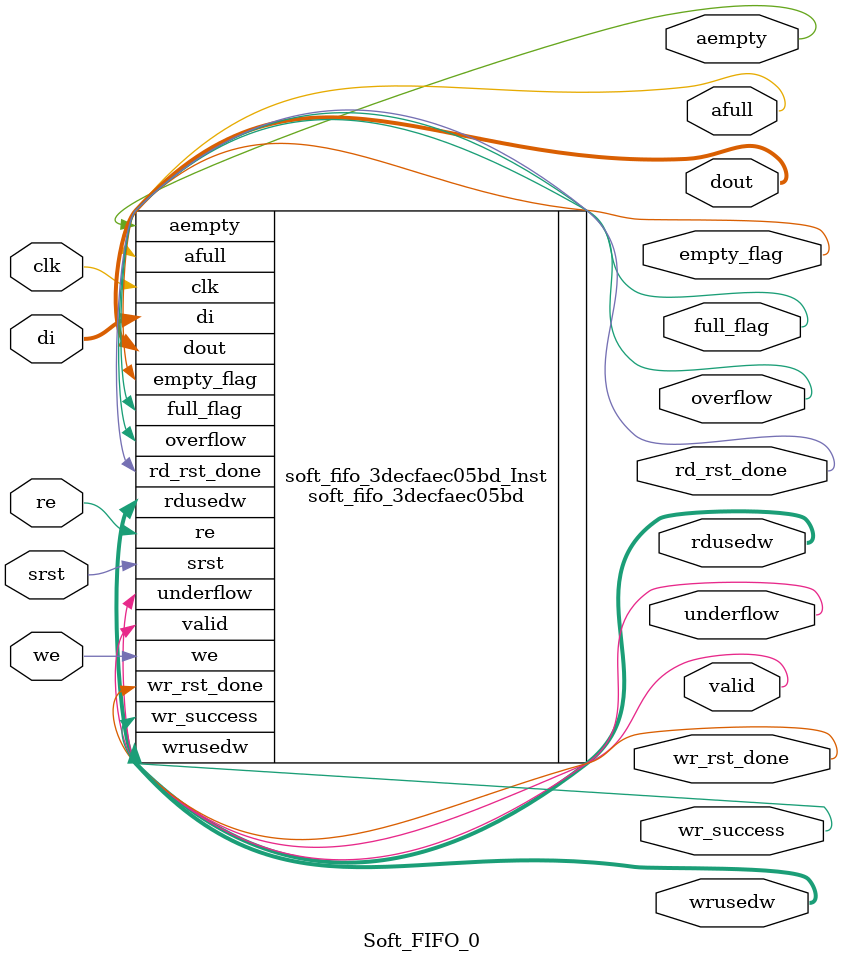
<source format=v>
/************************************************************\
**	Copyright (c) 2012-2025 Anlogic Inc.
**	All Right Reserved.
\************************************************************/
/************************************************************\
**	Build time: Oct 21 2025 21:06:02
**	TD version	:	6.2.168116
************************************************************/
`timescale 1ns/1ps
module Soft_FIFO_0
(
  input                         srst,
  input   [7:0]                 di,
  input                         clk,
  input                         re,
  input                         we,
  output  [7:0]                 dout,
  output                        empty_flag,
  output                        aempty,
  output                        full_flag,
  output                        afull,
  output                        valid,
  output                        overflow,
  output                        underflow,
  output                        wr_success,
  output  [11:0]                rdusedw,
  output  [11:0]                wrusedw,
  output                        wr_rst_done,
  output                        rd_rst_done
);

  soft_fifo_3decfaec05bd
  #(
      .COMMON_CLK_EN(1),
      .MEMORY_TYPE(0),
      .RST_TYPE(2),
      .DATA_WIDTH_W(8),
      .ADDR_WIDTH_W(11),
      .DATA_WIDTH_R(8),
      .ADDR_WIDTH_R(11),
      .DOUT_INITVAL(8'h0),
      .OUTREG_EN("NOREG"),
      .SHOW_AHEAD_EN(0),
      .AL_FULL_NUM(3),
      .AL_EMPTY_NUM(2),
      .RDUSEDW_WIDTH(12),
      .WRUSEDW_WIDTH(12),
      .ASYNC_RST_SYNC_RELS(0),
      .SYNC_STAGE(2)
  )soft_fifo_3decfaec05bd_Inst
  (
      .srst(srst),
      .di(di),
      .clk(clk),
      .re(re),
      .we(we),
      .dout(dout),
      .empty_flag(empty_flag),
      .aempty(aempty),
      .full_flag(full_flag),
      .afull(afull),
      .valid(valid),
      .overflow(overflow),
      .underflow(underflow),
      .wr_success(wr_success),
      .rdusedw(rdusedw),
      .wrusedw(wrusedw),
      .wr_rst_done(wr_rst_done),
      .rd_rst_done(rd_rst_done)
  );
endmodule

</source>
